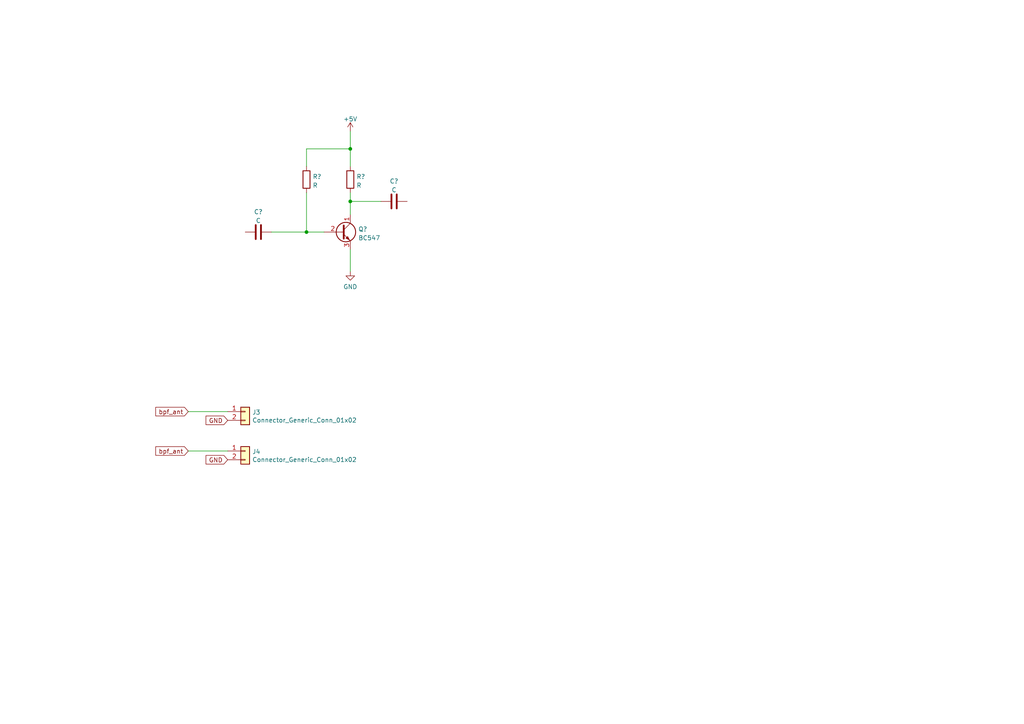
<source format=kicad_sch>
(kicad_sch (version 20211123) (generator eeschema)
  (paper "A4")
  (lib_symbols
    (symbol "Device:C" (pin_numbers hide) (pin_names (offset 0.254))
      (property "Reference" "C" (at 0.635 2.54 0))
      (property "Value" "C" (at 0.635 -2.54 0))
      (symbol "C_0_1"
        (polyline (pts (xy -2.032 -0.762) (xy 2.032 -0.762)) (stroke (width 0.508)))
        (polyline (pts (xy -2.032 0.762) (xy 2.032 0.762)) (stroke (width 0.508)))
      )
      (symbol "C_1_1"
        (pin passive line (at 0 3.81 270) (length 2.794) (name "~") (number "1"))
        (pin passive line (at 0 -3.81 90) (length 2.794) (name "~") (number "2"))
      )
    )
    (symbol "Device:R" (pin_numbers hide) (pin_names (offset 0))
      (property "Reference" "R" (at 2.032 0 90))
      (property "Value" "R" (at 0 0 90))
      (symbol "R_0_1"
        (rectangle (start -1.016 -2.54) (end 1.016 2.54) (stroke (width 0.254)))
      )
      (symbol "R_1_1"
        (pin passive line (at 0 3.81 270) (length 1.27) (name "~") (number "1"))
        (pin passive line (at 0 -3.81 90) (length 1.27) (name "~") (number "2"))
      )
    )
    (symbol "Transistor_BJT:BC547" (pin_names (offset 0) hide)
      (property "Reference" "Q" (at 5.08 1.905 0))
      (property "Value" "BC547" (at 5.08 0 0))
      (symbol "BC547_0_1"
        (polyline (pts (xy 0 0) (xy 0.635 0)))
        (polyline (pts (xy 0.635 0.635) (xy 2.54 2.54)))
        (polyline (pts (xy 0.635 -0.635) (xy 2.54 -2.54) (xy 2.54 -2.54)))
        (polyline (pts (xy 0.635 1.905) (xy 0.635 -1.905) (xy 0.635 -1.905)) (stroke (width 0.508)))
        (polyline (pts (xy 1.27 -1.778) (xy 1.778 -1.27) (xy 2.286 -2.286) (xy 1.27 -1.778) (xy 1.27 -1.778)) (fill (type outline)))
        (circle (center 1.27 0) (radius 2.8194) (stroke (width 0.254)))
      )
      (symbol "BC547_1_1"
        (pin passive line (at 2.54 5.08 270) (length 2.54) (name "C") (number "1"))
        (pin input line (at -5.08 0 0) (length 5.08) (name "B") (number "2"))
        (pin passive line (at 2.54 -5.08 90) (length 2.54) (name "E") (number "3"))
      )
    )
    (symbol "bgt:Connector_Generic_Conn_01x02" (pin_names (offset 1.016) hide)
      (property "Reference" "J" (at 0 2.54 0))
      (property "Value" "bgt_Connector_Generic_Conn_01x02" (at 0 -5.08 0))
      (symbol "Connector_Generic_Conn_01x02_1_1"
        (rectangle (start -1.27 -2.413) (end 0 -2.667) (stroke (width 0.1524)))
        (rectangle (start -1.27 0.127) (end 0 -0.127) (stroke (width 0.1524)))
        (rectangle (start -1.27 1.27) (end 1.27 -3.81) (stroke (width 0.254)) (fill (type background)))
        (pin passive line (at -5.08 0 0) (length 3.81) (name "Pin_1") (number "1"))
        (pin passive line (at -5.08 -2.54 0) (length 3.81) (name "Pin_2") (number "2"))
      )
    )
    (symbol "power:+5V" (power) (pin_names (offset 0))
      (property "Value" "+5V" (at 0 3.556 0))
      (symbol "+5V_0_1"
        (polyline (pts (xy -0.762 1.27) (xy 0 2.54)))
        (polyline (pts (xy 0 0) (xy 0 2.54)))
        (polyline (pts (xy 0 2.54) (xy 0.762 1.27)))
      )
      (symbol "+5V_1_1"
        (pin power_in line (at 0 0 90) (length 0) hide (name "+5V") (number "1"))
      )
    )
    (symbol "power:GND" (power) (pin_names (offset 0))
      (property "Value" "GND" (at 0 -3.81 0))
      (symbol "GND_0_1"
        (polyline (pts (xy 0 0) (xy 0 -1.27) (xy 1.27 -1.27) (xy 0 -2.54) (xy -1.27 -1.27) (xy 0 -1.27)))
      )
      (symbol "GND_1_1"
        (pin power_in line (at 0 0 270) (length 0) hide (name "GND") (number "1"))
      )
    )
  )
  (junction (at 88.9 67.31))
  (junction (at 101.6 43.18))
  (junction (at 101.6 58.42))
  (wire (pts (xy 78.74 67.31) (xy 88.9 67.31)))
  (wire (pts (xy 54.61 119.38) (xy 66.04 119.38)))
  (wire (pts (xy 101.6 58.42) (xy 101.6 62.23)))
  (wire (pts (xy 88.9 67.31) (xy 88.9 55.88)))
  (wire (pts (xy 54.61 130.81) (xy 66.04 130.81)))
  (wire (pts (xy 88.9 48.26) (xy 88.9 43.18)))
  (wire (pts (xy 93.98 67.31) (xy 88.9 67.31)))
  (wire (pts (xy 101.6 72.39) (xy 101.6 78.74)))
  (wire (pts (xy 101.6 43.18) (xy 101.6 48.26)))
  (wire (pts (xy 101.6 58.42) (xy 110.49 58.42)))
  (wire (pts (xy 101.6 55.88) (xy 101.6 58.42)))
  (wire (pts (xy 88.9 43.18) (xy 101.6 43.18)))
  (wire (pts (xy 101.6 38.1) (xy 101.6 43.18)))
  (global_label "GND" (shape input) (at 66.04 121.92 180) (property "Intersheet References" "${INTERSHEET_REFS}" (effects hide)))
  (global_label "GND" (shape input) (at 66.04 133.35 180) (property "Intersheet References" "${INTERSHEET_REFS}" (effects hide)))
  (global_label "bpf_ant" (shape input) (at 54.61 130.81 180) (property "Intersheet References" "${INTERSHEET_REFS}" (effects hide)))
  (global_label "bpf_ant" (shape input) (at 54.61 119.38 180) (property "Intersheet References" "${INTERSHEET_REFS}" (effects hide)))
  (symbol (lib_id "Device:C") (at 114.3 58.42 90) (unit 1)
    (property "Reference" "C?" (at 114.3 52.5612 90))
    (property "Value" "C" (at 114.3 55.0981 90))
  )
  (symbol (lib_id "Device:R") (at 101.6 52.07 0) (unit 1)
    (property "Reference" "R?" (at 103.378 51.2353 0) (effects (justify left)))
    (property "Value" "R" (at 103.378 53.7722 0) (effects (justify left)))
  )
  (symbol (lib_id "Transistor_BJT:BC547") (at 99.06 67.31 0) (unit 1)
    (property "Reference" "Q?" (at 103.9114 66.4753 0) (effects (justify left)))
    (property "Value" "BC547" (at 103.9114 69.0122 0) (effects (justify left)))
    (property "Footprint" "Package_TO_SOT_THT:TO-92_Inline" (effects hide))
    (property "Datasheet" "https://www.onsemi.com/pub/Collateral/BC550-D.pdf" (effects hide))
  )
  (symbol (lib_id "Device:C") (at 74.93 67.31 90) (unit 1)
    (property "Reference" "C?" (at 74.93 61.4512 90))
    (property "Value" "C" (at 74.93 63.9881 90))
  )
  (symbol (lib_id "bgt:Connector_Generic_Conn_01x02") (at 71.12 130.81 0) (unit 1)
    (property "Reference" "J4" (at 73.152 131.0132 0) (effects (justify left)))
    (property "Value" "Connector_Generic_Conn_01x02" (at 73.152 133.3246 0) (effects (justify left)))
    (property "Footprint" "Connector_PinHeader_2.54mm:PinHeader_1x02_P2.54mm_Vertical" (effects hide))
  )
  (symbol (lib_id "bgt:Connector_Generic_Conn_01x02") (at 71.12 119.38 0) (unit 1)
    (property "Reference" "J3" (at 73.152 119.5832 0) (effects (justify left)))
    (property "Value" "Connector_Generic_Conn_01x02" (at 73.152 121.8946 0) (effects (justify left)))
    (property "Footprint" "Connector_PinHeader_2.54mm:PinHeader_1x02_P2.54mm_Vertical" (effects hide))
  )
  (symbol (lib_id "Device:R") (at 88.9 52.07 0) (unit 1)
    (property "Reference" "R?" (at 90.678 51.2353 0) (effects (justify left)))
    (property "Value" "R" (at 90.678 53.7722 0) (effects (justify left)))
  )
  (symbol (lib_id "power:GND") (at 101.6 78.74 0) (unit 1)
    (property "Reference" "#PWR?" (effects hide))
    (property "Value" "GND" (at 101.6 83.1834 0))
  )
  (symbol (lib_id "power:+5V") (at 101.6 38.1 0) (unit 1)
    (property "Reference" "#PWR?" (effects hide))
    (property "Value" "+5V" (at 101.6 34.5242 0))
  )
)
</source>
